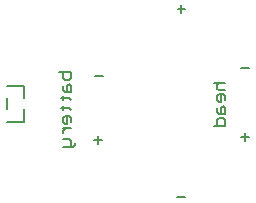
<source format=gbo>
G04*
G04 #@! TF.GenerationSoftware,Altium Limited,Altium Designer,21.7.2 (23)*
G04*
G04 Layer_Color=32896*
%FSLAX25Y25*%
%MOIN*%
G70*
G04*
G04 #@! TF.SameCoordinates,2E91784B-995A-45F4-8D6C-50379365C1DD*
G04*
G04*
G04 #@! TF.FilePolarity,Positive*
G04*
G01*
G75*
%ADD12C,0.00600*%
%ADD13C,0.00591*%
D12*
X334441Y311709D02*
X340159D01*
Y307647D02*
Y311709D01*
X334441Y299691D02*
X340159D01*
Y303753D01*
X334441Y303907D02*
Y307493D01*
D13*
X351862Y316109D02*
X355798D01*
Y314142D01*
X355142Y313486D01*
X354486D01*
X353830D01*
X353174Y314142D01*
Y316109D01*
Y311518D02*
Y310206D01*
X353830Y309550D01*
X355798D01*
Y311518D01*
X355142Y312174D01*
X354486Y311518D01*
Y309550D01*
X352518Y307582D02*
X353174D01*
Y308238D01*
Y306926D01*
Y307582D01*
X355142D01*
X355798Y306926D01*
X352518Y304302D02*
X353174D01*
Y304958D01*
Y303646D01*
Y304302D01*
X355142D01*
X355798Y303646D01*
Y299711D02*
Y301023D01*
X355142Y301678D01*
X353830D01*
X353174Y301023D01*
Y299711D01*
X353830Y299055D01*
X354486D01*
Y301678D01*
X353174Y297743D02*
X355798D01*
X354486D01*
X353830Y297087D01*
X353174Y296431D01*
Y295775D01*
Y293807D02*
X355142D01*
X355798Y293151D01*
Y291183D01*
X356453D01*
X357109Y291839D01*
Y292495D01*
X355798Y291183D02*
X353174D01*
X403274Y312709D02*
X407209D01*
X405242D01*
X404586Y312053D01*
Y310742D01*
X405242Y310086D01*
X407209D01*
Y306806D02*
Y308118D01*
X406554Y308774D01*
X405242D01*
X404586Y308118D01*
Y306806D01*
X405242Y306150D01*
X405898D01*
Y308774D01*
X404586Y304182D02*
Y302870D01*
X405242Y302214D01*
X407209D01*
Y304182D01*
X406554Y304838D01*
X405898Y304182D01*
Y302214D01*
X403274Y298278D02*
X407209D01*
Y300246D01*
X406554Y300902D01*
X405242D01*
X404586Y300246D01*
Y298278D01*
X363891Y314891D02*
X366514D01*
X363491Y293602D02*
X366114D01*
X364802Y294914D02*
Y292290D01*
X391191Y274490D02*
X393814D01*
X412391Y294702D02*
X415014D01*
X413702Y296014D02*
Y293390D01*
X412491Y317590D02*
X415114D01*
X391290Y337102D02*
X393914D01*
X392602Y338414D02*
Y335790D01*
M02*

</source>
